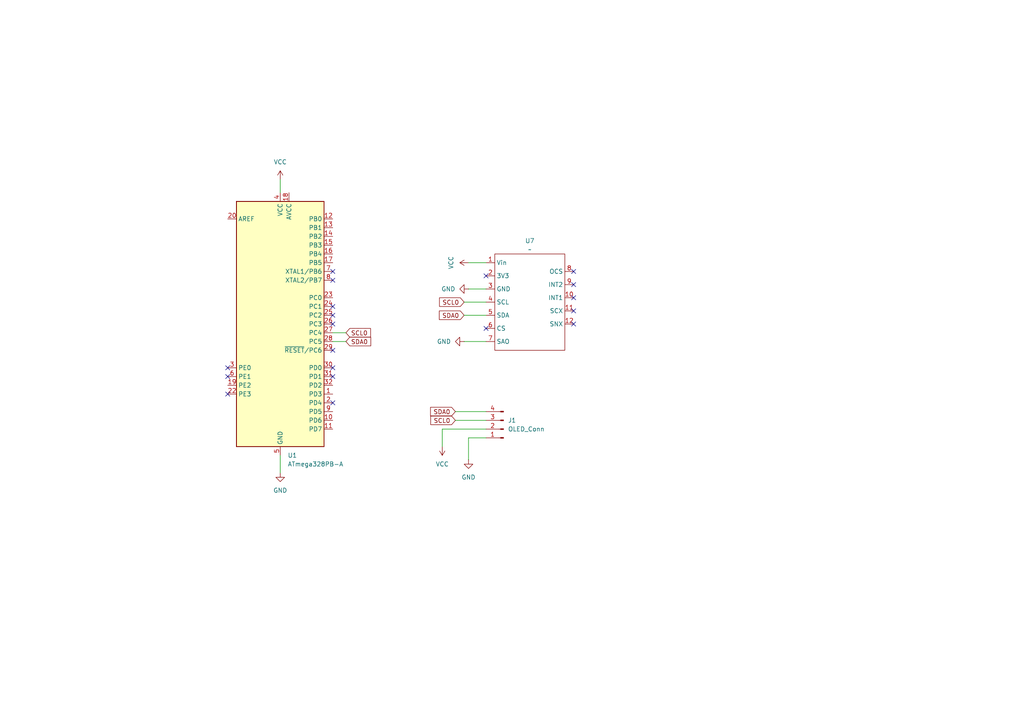
<source format=kicad_sch>
(kicad_sch
	(version 20250114)
	(generator "eeschema")
	(generator_version "9.0")
	(uuid "4da41b85-abf8-4e0a-a008-fa372fc7c52d")
	(paper "A4")
	(lib_symbols
		(symbol "BMI160:BMI160"
			(exclude_from_sim no)
			(in_bom yes)
			(on_board yes)
			(property "Reference" "U"
				(at 0 2.794 0)
				(effects
					(font
						(size 1.27 1.27)
					)
				)
			)
			(property "Value" ""
				(at 0 0 0)
				(effects
					(font
						(size 1.27 1.27)
					)
				)
			)
			(property "Footprint" ""
				(at 0 0 0)
				(effects
					(font
						(size 1.27 1.27)
					)
					(hide yes)
				)
			)
			(property "Datasheet" ""
				(at 0 0 0)
				(effects
					(font
						(size 1.27 1.27)
					)
					(hide yes)
				)
			)
			(property "Description" ""
				(at 0 0 0)
				(effects
					(font
						(size 1.27 1.27)
					)
					(hide yes)
				)
			)
			(symbol "BMI160_0_1"
				(polyline
					(pts
						(xy -1.27 -1.27) (xy -10.16 -1.27) (xy -10.16 -29.21) (xy 10.16 -29.21) (xy 10.16 -1.27) (xy -1.27 -1.27)
					)
					(stroke
						(width 0)
						(type default)
					)
					(fill
						(type none)
					)
				)
			)
			(symbol "BMI160_1_0"
				(pin power_in line
					(at -12.7 -3.81 0)
					(length 2.54)
					(name "Vin"
						(effects
							(font
								(size 1.27 1.27)
							)
						)
					)
					(number "1"
						(effects
							(font
								(size 1.27 1.27)
							)
						)
					)
				)
			)
			(symbol "BMI160_1_1"
				(pin power_in line
					(at -12.7 -7.62 0)
					(length 2.54)
					(name "3V3"
						(effects
							(font
								(size 1.27 1.27)
							)
						)
					)
					(number "2"
						(effects
							(font
								(size 1.27 1.27)
							)
						)
					)
				)
				(pin power_in line
					(at -12.7 -11.43 0)
					(length 2.54)
					(name "GND"
						(effects
							(font
								(size 1.27 1.27)
							)
						)
					)
					(number "3"
						(effects
							(font
								(size 1.27 1.27)
							)
						)
					)
				)
				(pin input line
					(at -12.7 -15.24 0)
					(length 2.54)
					(name "SCL"
						(effects
							(font
								(size 1.27 1.27)
							)
						)
					)
					(number "4"
						(effects
							(font
								(size 1.27 1.27)
							)
						)
					)
				)
				(pin bidirectional line
					(at -12.7 -19.05 0)
					(length 2.54)
					(name "SDA"
						(effects
							(font
								(size 1.27 1.27)
							)
						)
					)
					(number "5"
						(effects
							(font
								(size 1.27 1.27)
							)
						)
					)
				)
				(pin input line
					(at -12.7 -22.86 0)
					(length 2.54)
					(name "CS"
						(effects
							(font
								(size 1.27 1.27)
							)
						)
					)
					(number "6"
						(effects
							(font
								(size 1.27 1.27)
							)
						)
					)
				)
				(pin bidirectional line
					(at -12.7 -26.67 0)
					(length 2.54)
					(name "SAO"
						(effects
							(font
								(size 1.27 1.27)
							)
						)
					)
					(number "7"
						(effects
							(font
								(size 1.27 1.27)
							)
						)
					)
				)
				(pin input line
					(at 12.7 -6.35 180)
					(length 2.54)
					(name "OCS"
						(effects
							(font
								(size 1.27 1.27)
							)
						)
					)
					(number "8"
						(effects
							(font
								(size 1.27 1.27)
							)
						)
					)
				)
				(pin bidirectional line
					(at 12.7 -10.16 180)
					(length 2.54)
					(name "INT2"
						(effects
							(font
								(size 1.27 1.27)
							)
						)
					)
					(number "9"
						(effects
							(font
								(size 1.27 1.27)
							)
						)
					)
				)
				(pin bidirectional line
					(at 12.7 -13.97 180)
					(length 2.54)
					(name "INT1"
						(effects
							(font
								(size 1.27 1.27)
							)
						)
					)
					(number "10"
						(effects
							(font
								(size 1.27 1.27)
							)
						)
					)
				)
				(pin input line
					(at 12.7 -17.78 180)
					(length 2.54)
					(name "SCX"
						(effects
							(font
								(size 1.27 1.27)
							)
						)
					)
					(number "11"
						(effects
							(font
								(size 1.27 1.27)
							)
						)
					)
				)
				(pin bidirectional line
					(at 12.7 -21.59 180)
					(length 2.54)
					(name "SNX"
						(effects
							(font
								(size 1.27 1.27)
							)
						)
					)
					(number "12"
						(effects
							(font
								(size 1.27 1.27)
							)
						)
					)
				)
			)
			(embedded_fonts no)
		)
		(symbol "Connector:Conn_01x04_Pin"
			(pin_names
				(offset 1.016)
				(hide yes)
			)
			(exclude_from_sim no)
			(in_bom yes)
			(on_board yes)
			(property "Reference" "J"
				(at 0 5.08 0)
				(effects
					(font
						(size 1.27 1.27)
					)
				)
			)
			(property "Value" "Conn_01x04_Pin"
				(at 0 -7.62 0)
				(effects
					(font
						(size 1.27 1.27)
					)
				)
			)
			(property "Footprint" ""
				(at 0 0 0)
				(effects
					(font
						(size 1.27 1.27)
					)
					(hide yes)
				)
			)
			(property "Datasheet" "~"
				(at 0 0 0)
				(effects
					(font
						(size 1.27 1.27)
					)
					(hide yes)
				)
			)
			(property "Description" "Generic connector, single row, 01x04, script generated"
				(at 0 0 0)
				(effects
					(font
						(size 1.27 1.27)
					)
					(hide yes)
				)
			)
			(property "ki_locked" ""
				(at 0 0 0)
				(effects
					(font
						(size 1.27 1.27)
					)
				)
			)
			(property "ki_keywords" "connector"
				(at 0 0 0)
				(effects
					(font
						(size 1.27 1.27)
					)
					(hide yes)
				)
			)
			(property "ki_fp_filters" "Connector*:*_1x??_*"
				(at 0 0 0)
				(effects
					(font
						(size 1.27 1.27)
					)
					(hide yes)
				)
			)
			(symbol "Conn_01x04_Pin_1_1"
				(rectangle
					(start 0.8636 2.667)
					(end 0 2.413)
					(stroke
						(width 0.1524)
						(type default)
					)
					(fill
						(type outline)
					)
				)
				(rectangle
					(start 0.8636 0.127)
					(end 0 -0.127)
					(stroke
						(width 0.1524)
						(type default)
					)
					(fill
						(type outline)
					)
				)
				(rectangle
					(start 0.8636 -2.413)
					(end 0 -2.667)
					(stroke
						(width 0.1524)
						(type default)
					)
					(fill
						(type outline)
					)
				)
				(rectangle
					(start 0.8636 -4.953)
					(end 0 -5.207)
					(stroke
						(width 0.1524)
						(type default)
					)
					(fill
						(type outline)
					)
				)
				(polyline
					(pts
						(xy 1.27 2.54) (xy 0.8636 2.54)
					)
					(stroke
						(width 0.1524)
						(type default)
					)
					(fill
						(type none)
					)
				)
				(polyline
					(pts
						(xy 1.27 0) (xy 0.8636 0)
					)
					(stroke
						(width 0.1524)
						(type default)
					)
					(fill
						(type none)
					)
				)
				(polyline
					(pts
						(xy 1.27 -2.54) (xy 0.8636 -2.54)
					)
					(stroke
						(width 0.1524)
						(type default)
					)
					(fill
						(type none)
					)
				)
				(polyline
					(pts
						(xy 1.27 -5.08) (xy 0.8636 -5.08)
					)
					(stroke
						(width 0.1524)
						(type default)
					)
					(fill
						(type none)
					)
				)
				(pin passive line
					(at 5.08 2.54 180)
					(length 3.81)
					(name "Pin_1"
						(effects
							(font
								(size 1.27 1.27)
							)
						)
					)
					(number "1"
						(effects
							(font
								(size 1.27 1.27)
							)
						)
					)
				)
				(pin passive line
					(at 5.08 0 180)
					(length 3.81)
					(name "Pin_2"
						(effects
							(font
								(size 1.27 1.27)
							)
						)
					)
					(number "2"
						(effects
							(font
								(size 1.27 1.27)
							)
						)
					)
				)
				(pin passive line
					(at 5.08 -2.54 180)
					(length 3.81)
					(name "Pin_3"
						(effects
							(font
								(size 1.27 1.27)
							)
						)
					)
					(number "3"
						(effects
							(font
								(size 1.27 1.27)
							)
						)
					)
				)
				(pin passive line
					(at 5.08 -5.08 180)
					(length 3.81)
					(name "Pin_4"
						(effects
							(font
								(size 1.27 1.27)
							)
						)
					)
					(number "4"
						(effects
							(font
								(size 1.27 1.27)
							)
						)
					)
				)
			)
			(embedded_fonts no)
		)
		(symbol "MCU_Microchip_ATmega:ATmega328PB-A"
			(exclude_from_sim no)
			(in_bom yes)
			(on_board yes)
			(property "Reference" "U"
				(at -12.7 36.83 0)
				(effects
					(font
						(size 1.27 1.27)
					)
					(justify left bottom)
				)
			)
			(property "Value" "ATmega328PB-A"
				(at 2.54 -36.83 0)
				(effects
					(font
						(size 1.27 1.27)
					)
					(justify left top)
				)
			)
			(property "Footprint" "Package_QFP:TQFP-32_7x7mm_P0.8mm"
				(at 0 0 0)
				(effects
					(font
						(size 1.27 1.27)
						(italic yes)
					)
					(hide yes)
				)
			)
			(property "Datasheet" "http://ww1.microchip.com/downloads/en/DeviceDoc/40001906C.pdf"
				(at 0 0 0)
				(effects
					(font
						(size 1.27 1.27)
					)
					(hide yes)
				)
			)
			(property "Description" "20MHz, 32kB Flash, 2kB SRAM, 1kB EEPROM, TQFP-32"
				(at 0 0 0)
				(effects
					(font
						(size 1.27 1.27)
					)
					(hide yes)
				)
			)
			(property "ki_keywords" "AVR 8bit Microcontroller MegaAVR"
				(at 0 0 0)
				(effects
					(font
						(size 1.27 1.27)
					)
					(hide yes)
				)
			)
			(property "ki_fp_filters" "TQFP*7x7mm*P0.8mm*"
				(at 0 0 0)
				(effects
					(font
						(size 1.27 1.27)
					)
					(hide yes)
				)
			)
			(symbol "ATmega328PB-A_0_1"
				(rectangle
					(start -12.7 -35.56)
					(end 12.7 35.56)
					(stroke
						(width 0.254)
						(type default)
					)
					(fill
						(type background)
					)
				)
			)
			(symbol "ATmega328PB-A_1_1"
				(pin passive line
					(at -15.24 30.48 0)
					(length 2.54)
					(name "AREF"
						(effects
							(font
								(size 1.27 1.27)
							)
						)
					)
					(number "20"
						(effects
							(font
								(size 1.27 1.27)
							)
						)
					)
				)
				(pin bidirectional line
					(at -15.24 -12.7 0)
					(length 2.54)
					(name "PE0"
						(effects
							(font
								(size 1.27 1.27)
							)
						)
					)
					(number "3"
						(effects
							(font
								(size 1.27 1.27)
							)
						)
					)
				)
				(pin bidirectional line
					(at -15.24 -15.24 0)
					(length 2.54)
					(name "PE1"
						(effects
							(font
								(size 1.27 1.27)
							)
						)
					)
					(number "6"
						(effects
							(font
								(size 1.27 1.27)
							)
						)
					)
				)
				(pin bidirectional line
					(at -15.24 -17.78 0)
					(length 2.54)
					(name "PE2"
						(effects
							(font
								(size 1.27 1.27)
							)
						)
					)
					(number "19"
						(effects
							(font
								(size 1.27 1.27)
							)
						)
					)
				)
				(pin bidirectional line
					(at -15.24 -20.32 0)
					(length 2.54)
					(name "PE3"
						(effects
							(font
								(size 1.27 1.27)
							)
						)
					)
					(number "22"
						(effects
							(font
								(size 1.27 1.27)
							)
						)
					)
				)
				(pin power_in line
					(at 0 38.1 270)
					(length 2.54)
					(name "VCC"
						(effects
							(font
								(size 1.27 1.27)
							)
						)
					)
					(number "4"
						(effects
							(font
								(size 1.27 1.27)
							)
						)
					)
				)
				(pin passive line
					(at 0 -38.1 90)
					(length 2.54)
					(hide yes)
					(name "GND"
						(effects
							(font
								(size 1.27 1.27)
							)
						)
					)
					(number "21"
						(effects
							(font
								(size 1.27 1.27)
							)
						)
					)
				)
				(pin power_in line
					(at 0 -38.1 90)
					(length 2.54)
					(name "GND"
						(effects
							(font
								(size 1.27 1.27)
							)
						)
					)
					(number "5"
						(effects
							(font
								(size 1.27 1.27)
							)
						)
					)
				)
				(pin power_in line
					(at 2.54 38.1 270)
					(length 2.54)
					(name "AVCC"
						(effects
							(font
								(size 1.27 1.27)
							)
						)
					)
					(number "18"
						(effects
							(font
								(size 1.27 1.27)
							)
						)
					)
				)
				(pin bidirectional line
					(at 15.24 30.48 180)
					(length 2.54)
					(name "PB0"
						(effects
							(font
								(size 1.27 1.27)
							)
						)
					)
					(number "12"
						(effects
							(font
								(size 1.27 1.27)
							)
						)
					)
				)
				(pin bidirectional line
					(at 15.24 27.94 180)
					(length 2.54)
					(name "PB1"
						(effects
							(font
								(size 1.27 1.27)
							)
						)
					)
					(number "13"
						(effects
							(font
								(size 1.27 1.27)
							)
						)
					)
				)
				(pin bidirectional line
					(at 15.24 25.4 180)
					(length 2.54)
					(name "PB2"
						(effects
							(font
								(size 1.27 1.27)
							)
						)
					)
					(number "14"
						(effects
							(font
								(size 1.27 1.27)
							)
						)
					)
				)
				(pin bidirectional line
					(at 15.24 22.86 180)
					(length 2.54)
					(name "PB3"
						(effects
							(font
								(size 1.27 1.27)
							)
						)
					)
					(number "15"
						(effects
							(font
								(size 1.27 1.27)
							)
						)
					)
				)
				(pin bidirectional line
					(at 15.24 20.32 180)
					(length 2.54)
					(name "PB4"
						(effects
							(font
								(size 1.27 1.27)
							)
						)
					)
					(number "16"
						(effects
							(font
								(size 1.27 1.27)
							)
						)
					)
				)
				(pin bidirectional line
					(at 15.24 17.78 180)
					(length 2.54)
					(name "PB5"
						(effects
							(font
								(size 1.27 1.27)
							)
						)
					)
					(number "17"
						(effects
							(font
								(size 1.27 1.27)
							)
						)
					)
				)
				(pin bidirectional line
					(at 15.24 15.24 180)
					(length 2.54)
					(name "XTAL1/PB6"
						(effects
							(font
								(size 1.27 1.27)
							)
						)
					)
					(number "7"
						(effects
							(font
								(size 1.27 1.27)
							)
						)
					)
				)
				(pin bidirectional line
					(at 15.24 12.7 180)
					(length 2.54)
					(name "XTAL2/PB7"
						(effects
							(font
								(size 1.27 1.27)
							)
						)
					)
					(number "8"
						(effects
							(font
								(size 1.27 1.27)
							)
						)
					)
				)
				(pin bidirectional line
					(at 15.24 7.62 180)
					(length 2.54)
					(name "PC0"
						(effects
							(font
								(size 1.27 1.27)
							)
						)
					)
					(number "23"
						(effects
							(font
								(size 1.27 1.27)
							)
						)
					)
				)
				(pin bidirectional line
					(at 15.24 5.08 180)
					(length 2.54)
					(name "PC1"
						(effects
							(font
								(size 1.27 1.27)
							)
						)
					)
					(number "24"
						(effects
							(font
								(size 1.27 1.27)
							)
						)
					)
				)
				(pin bidirectional line
					(at 15.24 2.54 180)
					(length 2.54)
					(name "PC2"
						(effects
							(font
								(size 1.27 1.27)
							)
						)
					)
					(number "25"
						(effects
							(font
								(size 1.27 1.27)
							)
						)
					)
				)
				(pin bidirectional line
					(at 15.24 0 180)
					(length 2.54)
					(name "PC3"
						(effects
							(font
								(size 1.27 1.27)
							)
						)
					)
					(number "26"
						(effects
							(font
								(size 1.27 1.27)
							)
						)
					)
				)
				(pin bidirectional line
					(at 15.24 -2.54 180)
					(length 2.54)
					(name "PC4"
						(effects
							(font
								(size 1.27 1.27)
							)
						)
					)
					(number "27"
						(effects
							(font
								(size 1.27 1.27)
							)
						)
					)
				)
				(pin bidirectional line
					(at 15.24 -5.08 180)
					(length 2.54)
					(name "PC5"
						(effects
							(font
								(size 1.27 1.27)
							)
						)
					)
					(number "28"
						(effects
							(font
								(size 1.27 1.27)
							)
						)
					)
				)
				(pin bidirectional line
					(at 15.24 -7.62 180)
					(length 2.54)
					(name "~{RESET}/PC6"
						(effects
							(font
								(size 1.27 1.27)
							)
						)
					)
					(number "29"
						(effects
							(font
								(size 1.27 1.27)
							)
						)
					)
				)
				(pin bidirectional line
					(at 15.24 -12.7 180)
					(length 2.54)
					(name "PD0"
						(effects
							(font
								(size 1.27 1.27)
							)
						)
					)
					(number "30"
						(effects
							(font
								(size 1.27 1.27)
							)
						)
					)
				)
				(pin bidirectional line
					(at 15.24 -15.24 180)
					(length 2.54)
					(name "PD1"
						(effects
							(font
								(size 1.27 1.27)
							)
						)
					)
					(number "31"
						(effects
							(font
								(size 1.27 1.27)
							)
						)
					)
				)
				(pin bidirectional line
					(at 15.24 -17.78 180)
					(length 2.54)
					(name "PD2"
						(effects
							(font
								(size 1.27 1.27)
							)
						)
					)
					(number "32"
						(effects
							(font
								(size 1.27 1.27)
							)
						)
					)
				)
				(pin bidirectional line
					(at 15.24 -20.32 180)
					(length 2.54)
					(name "PD3"
						(effects
							(font
								(size 1.27 1.27)
							)
						)
					)
					(number "1"
						(effects
							(font
								(size 1.27 1.27)
							)
						)
					)
				)
				(pin bidirectional line
					(at 15.24 -22.86 180)
					(length 2.54)
					(name "PD4"
						(effects
							(font
								(size 1.27 1.27)
							)
						)
					)
					(number "2"
						(effects
							(font
								(size 1.27 1.27)
							)
						)
					)
				)
				(pin bidirectional line
					(at 15.24 -25.4 180)
					(length 2.54)
					(name "PD5"
						(effects
							(font
								(size 1.27 1.27)
							)
						)
					)
					(number "9"
						(effects
							(font
								(size 1.27 1.27)
							)
						)
					)
				)
				(pin bidirectional line
					(at 15.24 -27.94 180)
					(length 2.54)
					(name "PD6"
						(effects
							(font
								(size 1.27 1.27)
							)
						)
					)
					(number "10"
						(effects
							(font
								(size 1.27 1.27)
							)
						)
					)
				)
				(pin bidirectional line
					(at 15.24 -30.48 180)
					(length 2.54)
					(name "PD7"
						(effects
							(font
								(size 1.27 1.27)
							)
						)
					)
					(number "11"
						(effects
							(font
								(size 1.27 1.27)
							)
						)
					)
				)
			)
			(embedded_fonts no)
		)
		(symbol "power:GND"
			(power)
			(pin_numbers
				(hide yes)
			)
			(pin_names
				(offset 0)
				(hide yes)
			)
			(exclude_from_sim no)
			(in_bom yes)
			(on_board yes)
			(property "Reference" "#PWR"
				(at 0 -6.35 0)
				(effects
					(font
						(size 1.27 1.27)
					)
					(hide yes)
				)
			)
			(property "Value" "GND"
				(at 0 -3.81 0)
				(effects
					(font
						(size 1.27 1.27)
					)
				)
			)
			(property "Footprint" ""
				(at 0 0 0)
				(effects
					(font
						(size 1.27 1.27)
					)
					(hide yes)
				)
			)
			(property "Datasheet" ""
				(at 0 0 0)
				(effects
					(font
						(size 1.27 1.27)
					)
					(hide yes)
				)
			)
			(property "Description" "Power symbol creates a global label with name \"GND\" , ground"
				(at 0 0 0)
				(effects
					(font
						(size 1.27 1.27)
					)
					(hide yes)
				)
			)
			(property "ki_keywords" "global power"
				(at 0 0 0)
				(effects
					(font
						(size 1.27 1.27)
					)
					(hide yes)
				)
			)
			(symbol "GND_0_1"
				(polyline
					(pts
						(xy 0 0) (xy 0 -1.27) (xy 1.27 -1.27) (xy 0 -2.54) (xy -1.27 -1.27) (xy 0 -1.27)
					)
					(stroke
						(width 0)
						(type default)
					)
					(fill
						(type none)
					)
				)
			)
			(symbol "GND_1_1"
				(pin power_in line
					(at 0 0 270)
					(length 0)
					(name "~"
						(effects
							(font
								(size 1.27 1.27)
							)
						)
					)
					(number "1"
						(effects
							(font
								(size 1.27 1.27)
							)
						)
					)
				)
			)
			(embedded_fonts no)
		)
		(symbol "power:VCC"
			(power)
			(pin_numbers
				(hide yes)
			)
			(pin_names
				(offset 0)
				(hide yes)
			)
			(exclude_from_sim no)
			(in_bom yes)
			(on_board yes)
			(property "Reference" "#PWR"
				(at 0 -3.81 0)
				(effects
					(font
						(size 1.27 1.27)
					)
					(hide yes)
				)
			)
			(property "Value" "VCC"
				(at 0 3.556 0)
				(effects
					(font
						(size 1.27 1.27)
					)
				)
			)
			(property "Footprint" ""
				(at 0 0 0)
				(effects
					(font
						(size 1.27 1.27)
					)
					(hide yes)
				)
			)
			(property "Datasheet" ""
				(at 0 0 0)
				(effects
					(font
						(size 1.27 1.27)
					)
					(hide yes)
				)
			)
			(property "Description" "Power symbol creates a global label with name \"VCC\""
				(at 0 0 0)
				(effects
					(font
						(size 1.27 1.27)
					)
					(hide yes)
				)
			)
			(property "ki_keywords" "global power"
				(at 0 0 0)
				(effects
					(font
						(size 1.27 1.27)
					)
					(hide yes)
				)
			)
			(symbol "VCC_0_1"
				(polyline
					(pts
						(xy -0.762 1.27) (xy 0 2.54)
					)
					(stroke
						(width 0)
						(type default)
					)
					(fill
						(type none)
					)
				)
				(polyline
					(pts
						(xy 0 2.54) (xy 0.762 1.27)
					)
					(stroke
						(width 0)
						(type default)
					)
					(fill
						(type none)
					)
				)
				(polyline
					(pts
						(xy 0 0) (xy 0 2.54)
					)
					(stroke
						(width 0)
						(type default)
					)
					(fill
						(type none)
					)
				)
			)
			(symbol "VCC_1_1"
				(pin power_in line
					(at 0 0 90)
					(length 0)
					(name "~"
						(effects
							(font
								(size 1.27 1.27)
							)
						)
					)
					(number "1"
						(effects
							(font
								(size 1.27 1.27)
							)
						)
					)
				)
			)
			(embedded_fonts no)
		)
	)
	(no_connect
		(at 96.52 91.44)
		(uuid "0b9b3fa2-005c-423f-b27c-75f5b998f7bb")
	)
	(no_connect
		(at 96.52 93.98)
		(uuid "0e3f66e3-13cd-4729-ae69-4f5c1156d465")
	)
	(no_connect
		(at 96.52 88.9)
		(uuid "13145837-fc5a-49d2-8968-cffb35ff6c5f")
	)
	(no_connect
		(at 96.52 101.6)
		(uuid "21eef228-ffb8-4391-9cad-0090e0f96cc2")
	)
	(no_connect
		(at 96.52 78.74)
		(uuid "34ec2115-796e-46ff-9146-e12432a0fb07")
	)
	(no_connect
		(at 166.37 86.36)
		(uuid "35a9b5f5-f92b-4526-b05b-a30c446afc7c")
	)
	(no_connect
		(at 66.04 114.3)
		(uuid "3ced97de-f352-4952-b347-e82e658e1855")
	)
	(no_connect
		(at 140.97 95.25)
		(uuid "3f7bbf04-09d0-4325-b4cb-34b4ae3e8e9a")
	)
	(no_connect
		(at 96.52 116.84)
		(uuid "5a534479-7343-41cd-8e8f-dc0c658db746")
	)
	(no_connect
		(at 140.97 80.01)
		(uuid "626a3050-52f6-4e59-addc-8e9b80d236a5")
	)
	(no_connect
		(at 66.04 106.68)
		(uuid "63d0275b-e997-4da7-b066-7a774e7eaba4")
	)
	(no_connect
		(at 166.37 90.17)
		(uuid "869e6c31-013b-415a-97f5-f06d7b501c75")
	)
	(no_connect
		(at 166.37 82.55)
		(uuid "9bf3cd90-a549-4175-9d3c-d46cb0c4589a")
	)
	(no_connect
		(at 166.37 93.98)
		(uuid "a4e85ed3-c659-4389-a49b-7c1946333dea")
	)
	(no_connect
		(at 166.37 78.74)
		(uuid "ab2297c5-37ea-42e7-9f37-481d20b2f51d")
	)
	(no_connect
		(at 96.52 106.68)
		(uuid "b2ea04b0-9d68-4d11-b8a8-fb4216c10407")
	)
	(no_connect
		(at 96.52 81.28)
		(uuid "cf1697fd-07f0-46a6-899c-6950f52d3882")
	)
	(no_connect
		(at 66.04 109.22)
		(uuid "d6c33d59-becb-4fef-acc3-e2dec6245ed2")
	)
	(no_connect
		(at 96.52 109.22)
		(uuid "f439bd56-a26e-474a-bc42-1dda6afbb858")
	)
	(wire
		(pts
			(xy 81.28 52.07) (xy 81.28 55.88)
		)
		(stroke
			(width 0)
			(type default)
		)
		(uuid "016ef913-2793-4966-950d-ae94bc522d1e")
	)
	(wire
		(pts
			(xy 135.89 76.2) (xy 140.97 76.2)
		)
		(stroke
			(width 0)
			(type default)
		)
		(uuid "0bb22fd2-688b-429f-9349-0453e0875452")
	)
	(wire
		(pts
			(xy 135.89 133.35) (xy 135.89 127)
		)
		(stroke
			(width 0)
			(type default)
		)
		(uuid "12875f12-eea1-4a7c-92ac-8d481362d7d0")
	)
	(wire
		(pts
			(xy 134.62 91.44) (xy 140.97 91.44)
		)
		(stroke
			(width 0)
			(type default)
		)
		(uuid "37d6c5b2-6917-491e-b90e-af60fd5160d1")
	)
	(wire
		(pts
			(xy 128.27 124.46) (xy 128.27 129.54)
		)
		(stroke
			(width 0)
			(type default)
		)
		(uuid "42c0e04b-d64f-4e62-88c4-cde2c237d7ba")
	)
	(wire
		(pts
			(xy 96.52 99.06) (xy 100.33 99.06)
		)
		(stroke
			(width 0)
			(type default)
		)
		(uuid "4540d319-1953-4873-a41f-01e800f53da7")
	)
	(wire
		(pts
			(xy 134.62 99.06) (xy 140.97 99.06)
		)
		(stroke
			(width 0)
			(type default)
		)
		(uuid "6988cc2c-3279-46ee-974b-0242b1254baa")
	)
	(wire
		(pts
			(xy 81.28 132.08) (xy 81.28 137.16)
		)
		(stroke
			(width 0)
			(type default)
		)
		(uuid "82adb793-93d5-4e58-94a6-b4dd7c19a175")
	)
	(wire
		(pts
			(xy 96.52 96.52) (xy 100.33 96.52)
		)
		(stroke
			(width 0)
			(type default)
		)
		(uuid "8b637168-28ef-4797-befc-7c93b23f39e9")
	)
	(wire
		(pts
			(xy 140.97 124.46) (xy 128.27 124.46)
		)
		(stroke
			(width 0)
			(type default)
		)
		(uuid "adb234da-8e77-466f-9896-e9b5afa0c0c7")
	)
	(wire
		(pts
			(xy 135.89 83.82) (xy 140.97 83.82)
		)
		(stroke
			(width 0)
			(type default)
		)
		(uuid "b3932df4-ae83-4e9e-b91e-e79cfc3a5fd3")
	)
	(wire
		(pts
			(xy 132.08 119.38) (xy 140.97 119.38)
		)
		(stroke
			(width 0)
			(type default)
		)
		(uuid "bd43e4c1-d77f-4d0a-9f45-370aaca6bf38")
	)
	(wire
		(pts
			(xy 132.08 121.92) (xy 140.97 121.92)
		)
		(stroke
			(width 0)
			(type default)
		)
		(uuid "cc8ec0ab-ca75-4cae-9bb1-e6ee540e74ba")
	)
	(wire
		(pts
			(xy 134.62 87.63) (xy 140.97 87.63)
		)
		(stroke
			(width 0)
			(type default)
		)
		(uuid "cfe1a12f-40aa-471c-a71c-396edc2ce0a2")
	)
	(wire
		(pts
			(xy 135.89 127) (xy 140.97 127)
		)
		(stroke
			(width 0)
			(type default)
		)
		(uuid "e4244acc-b930-48c7-a450-6446eaba6ec9")
	)
	(global_label "SDA0"
		(shape input)
		(at 100.33 99.06 0)
		(fields_autoplaced yes)
		(effects
			(font
				(size 1.27 1.27)
			)
			(justify left)
		)
		(uuid "1536558f-07ec-41c5-9f6e-e0205d6297e9")
		(property "Intersheetrefs" "${INTERSHEET_REFS}"
			(at 108.0928 99.06 0)
			(effects
				(font
					(size 1.27 1.27)
				)
				(justify left)
				(hide yes)
			)
		)
	)
	(global_label "SCL0"
		(shape input)
		(at 132.08 121.92 180)
		(fields_autoplaced yes)
		(effects
			(font
				(size 1.27 1.27)
			)
			(justify right)
		)
		(uuid "1e72d80d-615d-4a5f-b069-1f7b2d1fc9d4")
		(property "Intersheetrefs" "${INTERSHEET_REFS}"
			(at 124.3777 121.92 0)
			(effects
				(font
					(size 1.27 1.27)
				)
				(justify right)
				(hide yes)
			)
		)
	)
	(global_label "SCL0"
		(shape input)
		(at 134.62 87.63 180)
		(fields_autoplaced yes)
		(effects
			(font
				(size 1.27 1.27)
			)
			(justify right)
		)
		(uuid "1fc1cd5d-b11e-49b9-b00f-2e957db728e2")
		(property "Intersheetrefs" "${INTERSHEET_REFS}"
			(at 126.9177 87.63 0)
			(effects
				(font
					(size 1.27 1.27)
				)
				(justify right)
				(hide yes)
			)
		)
	)
	(global_label "SDA0"
		(shape input)
		(at 134.62 91.44 180)
		(fields_autoplaced yes)
		(effects
			(font
				(size 1.27 1.27)
			)
			(justify right)
		)
		(uuid "840024c8-444d-430a-85c5-e654c34cff2f")
		(property "Intersheetrefs" "${INTERSHEET_REFS}"
			(at 126.8572 91.44 0)
			(effects
				(font
					(size 1.27 1.27)
				)
				(justify right)
				(hide yes)
			)
		)
	)
	(global_label "SCL0"
		(shape input)
		(at 100.33 96.52 0)
		(fields_autoplaced yes)
		(effects
			(font
				(size 1.27 1.27)
			)
			(justify left)
		)
		(uuid "a84642aa-77cb-4e55-a002-0cac9667a333")
		(property "Intersheetrefs" "${INTERSHEET_REFS}"
			(at 108.0323 96.52 0)
			(effects
				(font
					(size 1.27 1.27)
				)
				(justify left)
				(hide yes)
			)
		)
	)
	(global_label "SDA0"
		(shape input)
		(at 132.08 119.38 180)
		(fields_autoplaced yes)
		(effects
			(font
				(size 1.27 1.27)
			)
			(justify right)
		)
		(uuid "d01efd8b-b27e-48ce-bdd3-2e1efa9a13a7")
		(property "Intersheetrefs" "${INTERSHEET_REFS}"
			(at 124.3172 119.38 0)
			(effects
				(font
					(size 1.27 1.27)
				)
				(justify right)
				(hide yes)
			)
		)
	)
	(symbol
		(lib_id "power:VCC")
		(at 135.89 76.2 90)
		(unit 1)
		(exclude_from_sim no)
		(in_bom yes)
		(on_board yes)
		(dnp no)
		(uuid "0adfee17-787d-4de5-8345-ca55f7f2dd1e")
		(property "Reference" "#PWR022"
			(at 139.7 76.2 0)
			(effects
				(font
					(size 1.27 1.27)
				)
				(hide yes)
			)
		)
		(property "Value" "VCC"
			(at 130.81 76.2 0)
			(effects
				(font
					(size 1.27 1.27)
				)
			)
		)
		(property "Footprint" ""
			(at 135.89 76.2 0)
			(effects
				(font
					(size 1.27 1.27)
				)
				(hide yes)
			)
		)
		(property "Datasheet" ""
			(at 135.89 76.2 0)
			(effects
				(font
					(size 1.27 1.27)
				)
				(hide yes)
			)
		)
		(property "Description" "Power symbol creates a global label with name \"VCC\""
			(at 135.89 76.2 0)
			(effects
				(font
					(size 1.27 1.27)
				)
				(hide yes)
			)
		)
		(pin "1"
			(uuid "94aee1c7-47db-49ab-ab8c-8d842af32612")
		)
		(instances
			(project "kiCAD Design"
				(path "/4da41b85-abf8-4e0a-a008-fa372fc7c52d"
					(reference "#PWR022")
					(unit 1)
				)
			)
		)
	)
	(symbol
		(lib_id "power:GND")
		(at 135.89 83.82 270)
		(unit 1)
		(exclude_from_sim no)
		(in_bom yes)
		(on_board yes)
		(dnp no)
		(fields_autoplaced yes)
		(uuid "1880de6f-02c4-4932-979d-0c38199f8549")
		(property "Reference" "#PWR023"
			(at 129.54 83.82 0)
			(effects
				(font
					(size 1.27 1.27)
				)
				(hide yes)
			)
		)
		(property "Value" "GND"
			(at 132.08 83.8199 90)
			(effects
				(font
					(size 1.27 1.27)
				)
				(justify right)
			)
		)
		(property "Footprint" ""
			(at 135.89 83.82 0)
			(effects
				(font
					(size 1.27 1.27)
				)
				(hide yes)
			)
		)
		(property "Datasheet" ""
			(at 135.89 83.82 0)
			(effects
				(font
					(size 1.27 1.27)
				)
				(hide yes)
			)
		)
		(property "Description" "Power symbol creates a global label with name \"GND\" , ground"
			(at 135.89 83.82 0)
			(effects
				(font
					(size 1.27 1.27)
				)
				(hide yes)
			)
		)
		(pin "1"
			(uuid "1462d2e8-bfaf-47e1-b4ea-8f6849e1fb05")
		)
		(instances
			(project "kiCAD Design"
				(path "/4da41b85-abf8-4e0a-a008-fa372fc7c52d"
					(reference "#PWR023")
					(unit 1)
				)
			)
		)
	)
	(symbol
		(lib_id "power:VCC")
		(at 128.27 129.54 180)
		(unit 1)
		(exclude_from_sim no)
		(in_bom yes)
		(on_board yes)
		(dnp no)
		(uuid "1cf6ce46-1eab-4b61-817f-26c694a21f1f")
		(property "Reference" "#PWR025"
			(at 128.27 125.73 0)
			(effects
				(font
					(size 1.27 1.27)
				)
				(hide yes)
			)
		)
		(property "Value" "VCC"
			(at 128.27 134.62 0)
			(effects
				(font
					(size 1.27 1.27)
				)
			)
		)
		(property "Footprint" ""
			(at 128.27 129.54 0)
			(effects
				(font
					(size 1.27 1.27)
				)
				(hide yes)
			)
		)
		(property "Datasheet" ""
			(at 128.27 129.54 0)
			(effects
				(font
					(size 1.27 1.27)
				)
				(hide yes)
			)
		)
		(property "Description" "Power symbol creates a global label with name \"VCC\""
			(at 128.27 129.54 0)
			(effects
				(font
					(size 1.27 1.27)
				)
				(hide yes)
			)
		)
		(pin "1"
			(uuid "cf22fc2f-9db4-485d-b52e-96e4c5c9abce")
		)
		(instances
			(project "DesignAssignment7_kicad"
				(path "/4da41b85-abf8-4e0a-a008-fa372fc7c52d"
					(reference "#PWR025")
					(unit 1)
				)
			)
		)
	)
	(symbol
		(lib_id "power:VCC")
		(at 81.28 52.07 0)
		(unit 1)
		(exclude_from_sim no)
		(in_bom yes)
		(on_board yes)
		(dnp no)
		(uuid "30533a10-c33a-44a7-a7e9-e52d571e92a3")
		(property "Reference" "#PWR013"
			(at 81.28 55.88 0)
			(effects
				(font
					(size 1.27 1.27)
				)
				(hide yes)
			)
		)
		(property "Value" "VCC"
			(at 81.28 46.99 0)
			(effects
				(font
					(size 1.27 1.27)
				)
			)
		)
		(property "Footprint" ""
			(at 81.28 52.07 0)
			(effects
				(font
					(size 1.27 1.27)
				)
				(hide yes)
			)
		)
		(property "Datasheet" ""
			(at 81.28 52.07 0)
			(effects
				(font
					(size 1.27 1.27)
				)
				(hide yes)
			)
		)
		(property "Description" "Power symbol creates a global label with name \"VCC\""
			(at 81.28 52.07 0)
			(effects
				(font
					(size 1.27 1.27)
				)
				(hide yes)
			)
		)
		(pin "1"
			(uuid "1d582fde-dabb-415b-bfac-98c208a702a8")
		)
		(instances
			(project "kiCAD Design"
				(path "/4da41b85-abf8-4e0a-a008-fa372fc7c52d"
					(reference "#PWR013")
					(unit 1)
				)
			)
		)
	)
	(symbol
		(lib_id "Connector:Conn_01x04_Pin")
		(at 146.05 124.46 180)
		(unit 1)
		(exclude_from_sim no)
		(in_bom yes)
		(on_board yes)
		(dnp no)
		(fields_autoplaced yes)
		(uuid "5dac7c88-a50e-4d69-9d3a-848c11b9c568")
		(property "Reference" "J1"
			(at 147.32 121.9199 0)
			(effects
				(font
					(size 1.27 1.27)
				)
				(justify right)
			)
		)
		(property "Value" "OLED_Conn"
			(at 147.32 124.4599 0)
			(effects
				(font
					(size 1.27 1.27)
				)
				(justify right)
			)
		)
		(property "Footprint" ""
			(at 146.05 124.46 0)
			(effects
				(font
					(size 1.27 1.27)
				)
				(hide yes)
			)
		)
		(property "Datasheet" "~"
			(at 146.05 124.46 0)
			(effects
				(font
					(size 1.27 1.27)
				)
				(hide yes)
			)
		)
		(property "Description" "Generic connector, single row, 01x04, script generated"
			(at 146.05 124.46 0)
			(effects
				(font
					(size 1.27 1.27)
				)
				(hide yes)
			)
		)
		(pin "1"
			(uuid "e2146daf-058f-4304-ba6e-1e9ada927295")
		)
		(pin "3"
			(uuid "4e944e76-205b-4811-95bf-12dba03e2f17")
		)
		(pin "2"
			(uuid "5e32f22d-8086-47e2-90cc-a63dc819d166")
		)
		(pin "4"
			(uuid "eecc3461-bf5d-4193-aaa0-a7e1ac6c0d2d")
		)
		(instances
			(project ""
				(path "/4da41b85-abf8-4e0a-a008-fa372fc7c52d"
					(reference "J1")
					(unit 1)
				)
			)
		)
	)
	(symbol
		(lib_id "power:GND")
		(at 135.89 133.35 0)
		(unit 1)
		(exclude_from_sim no)
		(in_bom yes)
		(on_board yes)
		(dnp no)
		(fields_autoplaced yes)
		(uuid "93ffc440-8924-4346-89a3-e34e6198f7ea")
		(property "Reference" "#PWR014"
			(at 135.89 139.7 0)
			(effects
				(font
					(size 1.27 1.27)
				)
				(hide yes)
			)
		)
		(property "Value" "GND"
			(at 135.89 138.43 0)
			(effects
				(font
					(size 1.27 1.27)
				)
			)
		)
		(property "Footprint" ""
			(at 135.89 133.35 0)
			(effects
				(font
					(size 1.27 1.27)
				)
				(hide yes)
			)
		)
		(property "Datasheet" ""
			(at 135.89 133.35 0)
			(effects
				(font
					(size 1.27 1.27)
				)
				(hide yes)
			)
		)
		(property "Description" "Power symbol creates a global label with name \"GND\" , ground"
			(at 135.89 133.35 0)
			(effects
				(font
					(size 1.27 1.27)
				)
				(hide yes)
			)
		)
		(pin "1"
			(uuid "9a0d436e-79cd-43bd-9126-41c315e086fd")
		)
		(instances
			(project "DesignAssignment7_kicad"
				(path "/4da41b85-abf8-4e0a-a008-fa372fc7c52d"
					(reference "#PWR014")
					(unit 1)
				)
			)
		)
	)
	(symbol
		(lib_id "MCU_Microchip_ATmega:ATmega328PB-A")
		(at 81.28 93.98 0)
		(unit 1)
		(exclude_from_sim no)
		(in_bom yes)
		(on_board yes)
		(dnp no)
		(fields_autoplaced yes)
		(uuid "b6e701bb-d527-42b0-a69c-3440ec0dd425")
		(property "Reference" "U1"
			(at 83.4233 132.08 0)
			(effects
				(font
					(size 1.27 1.27)
				)
				(justify left)
			)
		)
		(property "Value" "ATmega328PB-A"
			(at 83.4233 134.62 0)
			(effects
				(font
					(size 1.27 1.27)
				)
				(justify left)
			)
		)
		(property "Footprint" "Package_QFP:TQFP-32_7x7mm_P0.8mm"
			(at 81.28 93.98 0)
			(effects
				(font
					(size 1.27 1.27)
					(italic yes)
				)
				(hide yes)
			)
		)
		(property "Datasheet" "http://ww1.microchip.com/downloads/en/DeviceDoc/40001906C.pdf"
			(at 81.28 93.98 0)
			(effects
				(font
					(size 1.27 1.27)
				)
				(hide yes)
			)
		)
		(property "Description" "20MHz, 32kB Flash, 2kB SRAM, 1kB EEPROM, TQFP-32"
			(at 81.28 93.98 0)
			(effects
				(font
					(size 1.27 1.27)
				)
				(hide yes)
			)
		)
		(pin "27"
			(uuid "7433c626-c059-4e34-b813-2ed11b2ad1b2")
		)
		(pin "22"
			(uuid "5fb20c7a-6c06-43ad-a3ce-172c1730d983")
		)
		(pin "26"
			(uuid "57125d48-9368-4a0d-b642-2cad01d45dc9")
		)
		(pin "31"
			(uuid "fe0c2ecc-9dc1-498a-b8a7-d74ac6853048")
		)
		(pin "19"
			(uuid "ef219482-4375-45f9-9165-de00338fce79")
		)
		(pin "2"
			(uuid "ffeda58b-8f4e-44a2-9de9-c649f3b4a6f2")
		)
		(pin "10"
			(uuid "712bf963-ed69-46a9-955f-411aeb8e03d3")
		)
		(pin "4"
			(uuid "68343720-d99f-4b70-808c-1207e8c17c32")
		)
		(pin "17"
			(uuid "a1be9a36-f0ea-4d53-bcff-f38a815e4d93")
		)
		(pin "7"
			(uuid "f4ed7fa1-8b5a-4cc9-a6ad-475c727234a3")
		)
		(pin "20"
			(uuid "85b5785c-1d12-41ea-8743-2e62d1112d73")
		)
		(pin "25"
			(uuid "586ff392-4f74-4cf1-999c-3a5bf0a8a920")
		)
		(pin "16"
			(uuid "afa1b99e-46d8-456e-b5bc-ab12744f2224")
		)
		(pin "8"
			(uuid "4bec5482-97c5-4b06-9428-a06044f3b41d")
		)
		(pin "12"
			(uuid "a5ff7ad2-663c-4bcf-a374-795dcf27b011")
		)
		(pin "23"
			(uuid "83ff4cdc-c82d-4e38-b295-0fc19af0f593")
		)
		(pin "21"
			(uuid "4bd6580b-8492-4e46-8a36-c72fc181e3f5")
		)
		(pin "5"
			(uuid "62fb9d1f-6521-4138-b82b-1d1653b6f5df")
		)
		(pin "18"
			(uuid "917dadf1-e771-424b-b25e-85f82f2883a4")
		)
		(pin "14"
			(uuid "e48f1771-bc34-43eb-9608-c16410a16114")
		)
		(pin "15"
			(uuid "fd3958df-6597-45fb-9844-7f6dc25c5bf7")
		)
		(pin "24"
			(uuid "80b934b4-babf-4f3e-824c-e0e8cb5c2d60")
		)
		(pin "6"
			(uuid "182e8a57-a4a0-44e6-b3aa-bd33dcac8684")
		)
		(pin "13"
			(uuid "f3ba0a37-e2ae-44f5-bd8e-6a756b62aaa5")
		)
		(pin "3"
			(uuid "627333fc-55a0-4a69-b5c2-0a71245a8291")
		)
		(pin "28"
			(uuid "41fb99b7-8cad-4c87-b2d0-38f19ba59802")
		)
		(pin "29"
			(uuid "ec8f2801-e70d-46fd-af1b-b0b031da0241")
		)
		(pin "30"
			(uuid "7b8ee0cf-2eca-415d-9be1-224ecc92784c")
		)
		(pin "32"
			(uuid "4aa84d90-651e-493c-bc92-47755a99898a")
		)
		(pin "1"
			(uuid "1f1ab1e2-ed37-422d-82cb-86664bad23de")
		)
		(pin "9"
			(uuid "223620fc-0a2c-495d-84d3-36137e4b8194")
		)
		(pin "11"
			(uuid "e7b8361e-11de-4601-ac66-4256962575ac")
		)
		(instances
			(project ""
				(path "/4da41b85-abf8-4e0a-a008-fa372fc7c52d"
					(reference "U1")
					(unit 1)
				)
			)
		)
	)
	(symbol
		(lib_id "power:GND")
		(at 134.62 99.06 270)
		(unit 1)
		(exclude_from_sim no)
		(in_bom yes)
		(on_board yes)
		(dnp no)
		(fields_autoplaced yes)
		(uuid "b7e08e51-d0bb-47a7-88ed-87dd5d599538")
		(property "Reference" "#PWR024"
			(at 128.27 99.06 0)
			(effects
				(font
					(size 1.27 1.27)
				)
				(hide yes)
			)
		)
		(property "Value" "GND"
			(at 130.81 99.0599 90)
			(effects
				(font
					(size 1.27 1.27)
				)
				(justify right)
			)
		)
		(property "Footprint" ""
			(at 134.62 99.06 0)
			(effects
				(font
					(size 1.27 1.27)
				)
				(hide yes)
			)
		)
		(property "Datasheet" ""
			(at 134.62 99.06 0)
			(effects
				(font
					(size 1.27 1.27)
				)
				(hide yes)
			)
		)
		(property "Description" "Power symbol creates a global label with name \"GND\" , ground"
			(at 134.62 99.06 0)
			(effects
				(font
					(size 1.27 1.27)
				)
				(hide yes)
			)
		)
		(pin "1"
			(uuid "3f406aa3-87a6-459c-a8e6-a22148bc990e")
		)
		(instances
			(project "kiCAD Design"
				(path "/4da41b85-abf8-4e0a-a008-fa372fc7c52d"
					(reference "#PWR024")
					(unit 1)
				)
			)
		)
	)
	(symbol
		(lib_id "BMI160:BMI160")
		(at 153.67 72.39 0)
		(unit 1)
		(exclude_from_sim no)
		(in_bom yes)
		(on_board yes)
		(dnp no)
		(fields_autoplaced yes)
		(uuid "ed991de4-8657-4db5-8fca-4119f626d90d")
		(property "Reference" "U7"
			(at 153.67 69.85 0)
			(effects
				(font
					(size 1.27 1.27)
				)
			)
		)
		(property "Value" "~"
			(at 153.67 72.39 0)
			(effects
				(font
					(size 1.27 1.27)
				)
			)
		)
		(property "Footprint" "BMI160:BMI160"
			(at 153.67 72.39 0)
			(effects
				(font
					(size 1.27 1.27)
				)
				(hide yes)
			)
		)
		(property "Datasheet" ""
			(at 153.67 72.39 0)
			(effects
				(font
					(size 1.27 1.27)
				)
				(hide yes)
			)
		)
		(property "Description" ""
			(at 153.67 72.39 0)
			(effects
				(font
					(size 1.27 1.27)
				)
				(hide yes)
			)
		)
		(pin "2"
			(uuid "d7ec3e79-052e-4d1f-b14f-0b16257026d5")
		)
		(pin "6"
			(uuid "e13900b1-adef-4845-993a-f380b880a85a")
		)
		(pin "7"
			(uuid "2d5652b3-ea3a-4236-bbab-19a077718d2e")
		)
		(pin "4"
			(uuid "8b4dda61-fa00-4e41-b8dd-60a3c39432a7")
		)
		(pin "5"
			(uuid "60e57581-6f1d-4da8-b309-63775fab3870")
		)
		(pin "1"
			(uuid "a962b78e-e094-49db-b446-4cac64df3852")
		)
		(pin "3"
			(uuid "b635c720-91c7-401c-b1d4-09ef9eba5f0b")
		)
		(pin "12"
			(uuid "d054c5d2-2b6b-4089-b18e-08cbfd9830e2")
		)
		(pin "8"
			(uuid "5137ac24-3d82-47c7-b599-58b044dfcdc6")
		)
		(pin "10"
			(uuid "c9c22efe-997c-45b9-8619-9528e1f50419")
		)
		(pin "9"
			(uuid "d3098356-4283-417f-915d-d1caa0e4e03c")
		)
		(pin "11"
			(uuid "e2f5779f-c259-44d8-804a-389c8614861c")
		)
		(instances
			(project ""
				(path "/4da41b85-abf8-4e0a-a008-fa372fc7c52d"
					(reference "U7")
					(unit 1)
				)
			)
		)
	)
	(symbol
		(lib_id "power:GND")
		(at 81.28 137.16 0)
		(unit 1)
		(exclude_from_sim no)
		(in_bom yes)
		(on_board yes)
		(dnp no)
		(fields_autoplaced yes)
		(uuid "f4871f8b-6b6b-42ed-a06a-67ce3510aefe")
		(property "Reference" "#PWR012"
			(at 81.28 143.51 0)
			(effects
				(font
					(size 1.27 1.27)
				)
				(hide yes)
			)
		)
		(property "Value" "GND"
			(at 81.28 142.24 0)
			(effects
				(font
					(size 1.27 1.27)
				)
			)
		)
		(property "Footprint" ""
			(at 81.28 137.16 0)
			(effects
				(font
					(size 1.27 1.27)
				)
				(hide yes)
			)
		)
		(property "Datasheet" ""
			(at 81.28 137.16 0)
			(effects
				(font
					(size 1.27 1.27)
				)
				(hide yes)
			)
		)
		(property "Description" "Power symbol creates a global label with name \"GND\" , ground"
			(at 81.28 137.16 0)
			(effects
				(font
					(size 1.27 1.27)
				)
				(hide yes)
			)
		)
		(pin "1"
			(uuid "cc1514e8-8d0c-44a9-9c62-197616fc6228")
		)
		(instances
			(project "kiCAD Design"
				(path "/4da41b85-abf8-4e0a-a008-fa372fc7c52d"
					(reference "#PWR012")
					(unit 1)
				)
			)
		)
	)
	(sheet_instances
		(path "/"
			(page "1")
		)
	)
	(embedded_fonts no)
)

</source>
